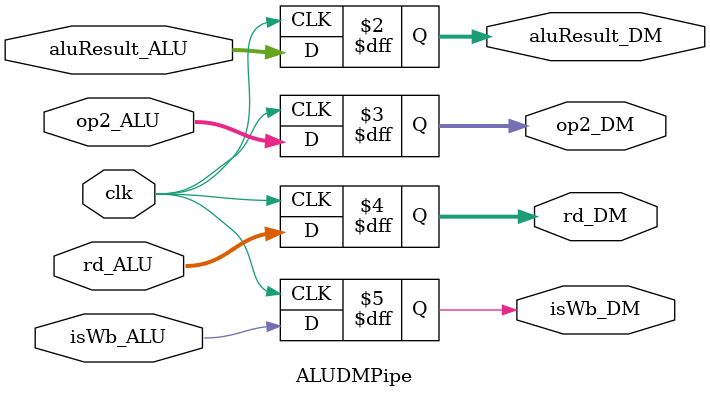
<source format=v>
`timescale 1ns / 1ps


module ALUDMPipe(
    input clk,
    input [31:0] aluResult_ALU,
    output reg [31:0] aluResult_DM,
    input [31:0] op2_ALU,
    output reg [31:0] op2_DM,
    //Forwarding
    input [4 : 0] rd_ALU,
    output reg [4:0] rd_DM,
    input isWb_ALU,
    output reg isWb_DM
    );
    
    always @(posedge clk)begin
        aluResult_DM <= aluResult_ALU;
        op2_DM <= op2_ALU;
        rd_DM <= rd_ALU;
        isWb_DM <= isWb_ALU;
    end
endmodule

</source>
